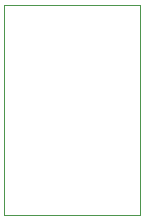
<source format=gbr>
%TF.GenerationSoftware,KiCad,Pcbnew,7.0.5-0*%
%TF.CreationDate,2023-10-01T08:52:51-07:00*%
%TF.ProjectId,MiSTerLaggy,4d695354-6572-44c6-9167-67792e6b6963,rev?*%
%TF.SameCoordinates,Original*%
%TF.FileFunction,Profile,NP*%
%FSLAX46Y46*%
G04 Gerber Fmt 4.6, Leading zero omitted, Abs format (unit mm)*
G04 Created by KiCad (PCBNEW 7.0.5-0) date 2023-10-01 08:52:51*
%MOMM*%
%LPD*%
G01*
G04 APERTURE LIST*
%TA.AperFunction,Profile*%
%ADD10C,0.100000*%
%TD*%
G04 APERTURE END LIST*
D10*
X-5750000Y9500000D02*
X5750000Y9500000D01*
X5750000Y-8250000D01*
X-5750000Y-8250000D01*
X-5750000Y9500000D01*
M02*

</source>
